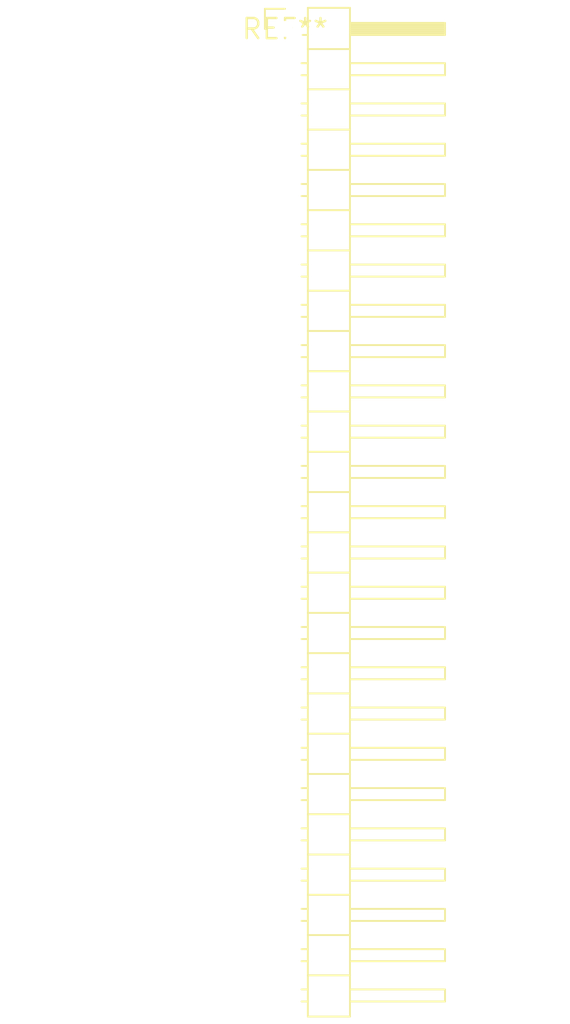
<source format=kicad_pcb>
(kicad_pcb (version 20240108) (generator pcbnew)
  (layers (0 "F.Cu" signal) (31 "B.Cu" signal) (34 "B.Paste" user) (35 "F.Paste" user) (36 "B.SilkS" user "B.Silkscreen") (37 "F.SilkS" user "F.Silkscreen") (38 "B.Mask" user) (39 "F.Mask" user) (44 "Edge.Cuts" user))
  (net 0 "")
  (footprint "PinHeader_1x25_P2.54mm_Horizontal" (layer "F.Cu") (at 0 0)
    (property "Reference" "REF**")
    (property "Value" "PinHeader_1x25_P2.54mm_Horizontal")
    (fp_line (start -1.27 -1.27) (end 0 -1.27) (layer "F.SilkS") (stroke (width 0.12)))
    (fp_line (start -1.27 0) (end -1.27 -1.27) (layer "F.SilkS") (stroke (width 0.12)))
    (fp_line (start 1.042929 2.16) (end 1.44 2.16) (layer "F.SilkS") (stroke (width 0.12)))
    (fp_line (start 1.042929 2.92) (end 1.44 2.92) (layer "F.SilkS") (stroke (width 0.12)))
    (fp_line (start 1.042929 4.7) (end 1.44 4.7) (layer "F.SilkS") (stroke (width 0.12)))
    (fp_line (start 1.042929 5.46) (end 1.44 5.46) (layer "F.SilkS") (stroke (width 0.12)))
    (fp_line (start 1.042929 7.24) (end 1.44 7.24) (layer "F.SilkS") (stroke (width 0.12)))
    (fp_line (start 1.042929 8) (end 1.44 8) (layer "F.SilkS") (stroke (width 0.12)))
    (fp_line (start 1.042929 9.78) (end 1.44 9.78) (layer "F.SilkS") (stroke (width 0.12)))
    (fp_line (start 1.042929 10.54) (end 1.44 10.54) (layer "F.SilkS") (stroke (width 0.12)))
    (fp_line (start 1.042929 12.32) (end 1.44 12.32) (layer "F.SilkS") (stroke (width 0.12)))
    (fp_line (start 1.042929 13.08) (end 1.44 13.08) (layer "F.SilkS") (stroke (width 0.12)))
    (fp_line (start 1.042929 14.86) (end 1.44 14.86) (layer "F.SilkS") (stroke (width 0.12)))
    (fp_line (start 1.042929 15.62) (end 1.44 15.62) (layer "F.SilkS") (stroke (width 0.12)))
    (fp_line (start 1.042929 17.4) (end 1.44 17.4) (layer "F.SilkS") (stroke (width 0.12)))
    (fp_line (start 1.042929 18.16) (end 1.44 18.16) (layer "F.SilkS") (stroke (width 0.12)))
    (fp_line (start 1.042929 19.94) (end 1.44 19.94) (layer "F.SilkS") (stroke (width 0.12)))
    (fp_line (start 1.042929 20.7) (end 1.44 20.7) (layer "F.SilkS") (stroke (width 0.12)))
    (fp_line (start 1.042929 22.48) (end 1.44 22.48) (layer "F.SilkS") (stroke (width 0.12)))
    (fp_line (start 1.042929 23.24) (end 1.44 23.24) (layer "F.SilkS") (stroke (width 0.12)))
    (fp_line (start 1.042929 25.02) (end 1.44 25.02) (layer "F.SilkS") (stroke (width 0.12)))
    (fp_line (start 1.042929 25.78) (end 1.44 25.78) (layer "F.SilkS") (stroke (width 0.12)))
    (fp_line (start 1.042929 27.56) (end 1.44 27.56) (layer "F.SilkS") (stroke (width 0.12)))
    (fp_line (start 1.042929 28.32) (end 1.44 28.32) (layer "F.SilkS") (stroke (width 0.12)))
    (fp_line (start 1.042929 30.1) (end 1.44 30.1) (layer "F.SilkS") (stroke (width 0.12)))
    (fp_line (start 1.042929 30.86) (end 1.44 30.86) (layer "F.SilkS") (stroke (width 0.12)))
    (fp_line (start 1.042929 32.64) (end 1.44 32.64) (layer "F.SilkS") (stroke (width 0.12)))
    (fp_line (start 1.042929 33.4) (end 1.44 33.4) (layer "F.SilkS") (stroke (width 0.12)))
    (fp_line (start 1.042929 35.18) (end 1.44 35.18) (layer "F.SilkS") (stroke (width 0.12)))
    (fp_line (start 1.042929 35.94) (end 1.44 35.94) (layer "F.SilkS") (stroke (width 0.12)))
    (fp_line (start 1.042929 37.72) (end 1.44 37.72) (layer "F.SilkS") (stroke (width 0.12)))
    (fp_line (start 1.042929 38.48) (end 1.44 38.48) (layer "F.SilkS") (stroke (width 0.12)))
    (fp_line (start 1.042929 40.26) (end 1.44 40.26) (layer "F.SilkS") (stroke (width 0.12)))
    (fp_line (start 1.042929 41.02) (end 1.44 41.02) (layer "F.SilkS") (stroke (width 0.12)))
    (fp_line (start 1.042929 42.8) (end 1.44 42.8) (layer "F.SilkS") (stroke (width 0.12)))
    (fp_line (start 1.042929 43.56) (end 1.44 43.56) (layer "F.SilkS") (stroke (width 0.12)))
    (fp_line (start 1.042929 45.34) (end 1.44 45.34) (layer "F.SilkS") (stroke (width 0.12)))
    (fp_line (start 1.042929 46.1) (end 1.44 46.1) (layer "F.SilkS") (stroke (width 0.12)))
    (fp_line (start 1.042929 47.88) (end 1.44 47.88) (layer "F.SilkS") (stroke (width 0.12)))
    (fp_line (start 1.042929 48.64) (end 1.44 48.64) (layer "F.SilkS") (stroke (width 0.12)))
    (fp_line (start 1.042929 50.42) (end 1.44 50.42) (layer "F.SilkS") (stroke (width 0.12)))
    (fp_line (start 1.042929 51.18) (end 1.44 51.18) (layer "F.SilkS") (stroke (width 0.12)))
    (fp_line (start 1.042929 52.96) (end 1.44 52.96) (layer "F.SilkS") (stroke (width 0.12)))
    (fp_line (start 1.042929 53.72) (end 1.44 53.72) (layer "F.SilkS") (stroke (width 0.12)))
    (fp_line (start 1.042929 55.5) (end 1.44 55.5) (layer "F.SilkS") (stroke (width 0.12)))
    (fp_line (start 1.042929 56.26) (end 1.44 56.26) (layer "F.SilkS") (stroke (width 0.12)))
    (fp_line (start 1.042929 58.04) (end 1.44 58.04) (layer "F.SilkS") (stroke (width 0.12)))
    (fp_line (start 1.042929 58.8) (end 1.44 58.8) (layer "F.SilkS") (stroke (width 0.12)))
    (fp_line (start 1.042929 60.58) (end 1.44 60.58) (layer "F.SilkS") (stroke (width 0.12)))
    (fp_line (start 1.042929 61.34) (end 1.44 61.34) (layer "F.SilkS") (stroke (width 0.12)))
    (fp_line (start 1.11 -0.38) (end 1.44 -0.38) (layer "F.SilkS") (stroke (width 0.12)))
    (fp_line (start 1.11 0.38) (end 1.44 0.38) (layer "F.SilkS") (stroke (width 0.12)))
    (fp_line (start 1.44 -1.33) (end 1.44 62.29) (layer "F.SilkS") (stroke (width 0.12)))
    (fp_line (start 1.44 1.27) (end 4.1 1.27) (layer "F.SilkS") (stroke (width 0.12)))
    (fp_line (start 1.44 3.81) (end 4.1 3.81) (layer "F.SilkS") (stroke (width 0.12)))
    (fp_line (start 1.44 6.35) (end 4.1 6.35) (layer "F.SilkS") (stroke (width 0.12)))
    (fp_line (start 1.44 8.89) (end 4.1 8.89) (layer "F.SilkS") (stroke (width 0.12)))
    (fp_line (start 1.44 11.43) (end 4.1 11.43) (layer "F.SilkS") (stroke (width 0.12)))
    (fp_line (start 1.44 13.97) (end 4.1 13.97) (layer "F.SilkS") (stroke (width 0.12)))
    (fp_line (start 1.44 16.51) (end 4.1 16.51) (layer "F.SilkS") (stroke (width 0.12)))
    (fp_line (start 1.44 19.05) (end 4.1 19.05) (layer "F.SilkS") (stroke (width 0.12)))
    (fp_line (start 1.44 21.59) (end 4.1 21.59) (layer "F.SilkS") (stroke (width 0.12)))
    (fp_line (start 1.44 24.13) (end 4.1 24.13) (layer "F.SilkS") (stroke (width 0.12)))
    (fp_line (start 1.44 26.67) (end 4.1 26.67) (layer "F.SilkS") (stroke (width 0.12)))
    (fp_line (start 1.44 29.21) (end 4.1 29.21) (layer "F.SilkS") (stroke (width 0.12)))
    (fp_line (start 1.44 31.75) (end 4.1 31.75) (layer "F.SilkS") (stroke (width 0.12)))
    (fp_line (start 1.44 34.29) (end 4.1 34.29) (layer "F.SilkS") (stroke (width 0.12)))
    (fp_line (start 1.44 36.83) (end 4.1 36.83) (layer "F.SilkS") (stroke (width 0.12)))
    (fp_line (start 1.44 39.37) (end 4.1 39.37) (layer "F.SilkS") (stroke (width 0.12)))
    (fp_line (start 1.44 41.91) (end 4.1 41.91) (layer "F.SilkS") (stroke (width 0.12)))
    (fp_line (start 1.44 44.45) (end 4.1 44.45) (layer "F.SilkS") (stroke (width 0.12)))
    (fp_line (start 1.44 46.99) (end 4.1 46.99) (layer "F.SilkS") (stroke (width 0.12)))
    (fp_line (start 1.44 49.53) (end 4.1 49.53) (layer "F.SilkS") (stroke (width 0.12)))
    (fp_line (start 1.44 52.07) (end 4.1 52.07) (layer "F.SilkS") (stroke (width 0.12)))
    (fp_line (start 1.44 54.61) (end 4.1 54.61) (layer "F.SilkS") (stroke (width 0.12)))
    (fp_line (start 1.44 57.15) (end 4.1 57.15) (layer "F.SilkS") (stroke (width 0.12)))
    (fp_line (start 1.44 59.69) (end 4.1 59.69) (layer "F.SilkS") (stroke (width 0.12)))
    (fp_line (start 1.44 62.29) (end 4.1 62.29) (layer "F.SilkS") (stroke (width 0.12)))
    (fp_line (start 4.1 -1.33) (end 1.44 -1.33) (layer "F.SilkS") (stroke (width 0.12)))
    (fp_line (start 4.1 -0.38) (end 10.1 -0.38) (layer "F.SilkS") (stroke (width 0.12)))
    (fp_line (start 4.1 -0.32) (end 10.1 -0.32) (layer "F.SilkS") (stroke (width 0.12)))
    (fp_line (start 4.1 -0.2) (end 10.1 -0.2) (layer "F.SilkS") (stroke (width 0.12)))
    (fp_line (start 4.1 -0.08) (end 10.1 -0.08) (layer "F.SilkS") (stroke (width 0.12)))
    (fp_line (start 4.1 0.04) (end 10.1 0.04) (layer "F.SilkS") (stroke (width 0.12)))
    (fp_line (start 4.1 0.16) (end 10.1 0.16) (layer "F.SilkS") (stroke (width 0.12)))
    (fp_line (start 4.1 0.28) (end 10.1 0.28) (layer "F.SilkS") (stroke (width 0.12)))
    (fp_line (start 4.1 2.16) (end 10.1 2.16) (layer "F.SilkS") (stroke (width 0.12)))
    (fp_line (start 4.1 4.7) (end 10.1 4.7) (layer "F.SilkS") (stroke (width 0.12)))
    (fp_line (start 4.1 7.24) (end 10.1 7.24) (layer "F.SilkS") (stroke (width 0.12)))
    (fp_line (start 4.1 9.78) (end 10.1 9.78) (layer "F.SilkS") (stroke (width 0.12)))
    (fp_line (start 4.1 12.32) (end 10.1 12.32) (layer "F.SilkS") (stroke (width 0.12)))
    (fp_line (start 4.1 14.86) (end 10.1 14.86) (layer "F.SilkS") (stroke (width 0.12)))
    (fp_line (start 4.1 17.4) (end 10.1 17.4) (layer "F.SilkS") (stroke (width 0.12)))
    (fp_line (start 4.1 19.94) (end 10.1 19.94) (layer "F.SilkS") (stroke (width 0.12)))
    (fp_line (start 4.1 22.48) (end 10.1 22.48) (layer "F.SilkS") (stroke (width 0.12)))
    (fp_line (start 4.1 25.02) (end 10.1 25.02) (layer "F.SilkS") (stroke (width 0.12)))
    (fp_line (start 4.1 27.56) (end 10.1 27.56) (layer "F.SilkS") (stroke (width 0.12)))
    (fp_line (start 4.1 30.1) (end 10.1 30.1) (layer "F.SilkS") (stroke (width 0.12)))
    (fp_line (start 4.1 32.64) (end 10.1 32.64) (layer "F.SilkS") (stroke (width 0.12)))
    (fp_line (start 4.1 35.18) (end 10.1 35.18) (layer "F.SilkS") (stroke (width 0.12)))
    (fp_line (start 4.1 37.72) (end 10.1 37.72) (layer "F.SilkS") (stroke (width 0.12)))
    (fp_line (start 4.1 40.26) (end 10.1 40.26) (layer "F.SilkS") (stroke (width 0.12)))
    (fp_line (start 4.1 42.8) (end 10.1 42.8) (layer "F.SilkS") (stroke (width 0.12)))
    (fp_line (start 4.1 45.34) (end 10.1 45.34) (layer "F.SilkS") (stroke (width 0.12)))
    (fp_line (start 4.1 47.88) (end 10.1 47.88) (layer "F.SilkS") (stroke (width 0.12)))
    (fp_line (start 4.1 50.42) (end 10.1 50.42) (layer "F.SilkS") (stroke (width 0.12)))
    (fp_line (start 4.1 52.96) (end 10.1 52.96) (layer "F.SilkS") (stroke (width 0.12)))
    (fp_line (start 4.1 55.5) (end 10.1 55.5) (layer "F.SilkS") (stroke (width 0.12)))
    (fp_line (start 4.1 58.04) (end 10.1 58.04) (layer "F.SilkS") (stroke (width 0.12)))
    (fp_line (start 4.1 60.58) (end 10.1 60.58) (layer "F.SilkS") (stroke (width 0.12)))
    (fp_line (start 4.1 62.29) (end 4.1 -1.33) (layer "F.SilkS") (stroke (width 0.12)))
    (fp_line (start 10.1 -0.38) (end 10.1 0.38) (layer "F.SilkS") (stroke (width 0.12)))
    (fp_line (start 10.1 0.38) (end 4.1 0.38) (layer "F.SilkS") (stroke (width 0.12)))
    (fp_line (start 10.1 2.16) (end 10.1 2.92) (layer "F.SilkS") (stroke (width 0.12)))
    (fp_line (start 10.1 2.92) (end 4.1 2.92) (layer "F.SilkS") (stroke (width 0.12)))
    (fp_line (start 10.1 4.7) (end 10.1 5.46) (layer "F.SilkS") (stroke (width 0.12)))
    (fp_line (start 10.1 5.46) (end 4.1 5.46) (layer "F.SilkS") (stroke (width 0.12)))
    (fp_line (start 10.1 7.24) (end 10.1 8) (layer "F.SilkS") (stroke (width 0.12)))
    (fp_line (start 10.1 8) (end 4.1 8) (layer "F.SilkS") (stroke (width 0.12)))
    (fp_line (start 10.1 9.78) (end 10.1 10.54) (layer "F.SilkS") (stroke (width 0.12)))
    (fp_line (start 10.1 10.54) (end 4.1 10.54) (layer "F.SilkS") (stroke (width 0.12)))
    (fp_line (start 10.1 12.32) (end 10.1 13.08) (layer "F.SilkS") (stroke (width 0.12)))
    (fp_line (start 10.1 13.08) (end 4.1 13.08) (layer "F.SilkS") (stroke (width 0.12)))
    (fp_line (start 10.1 14.86) (end 10.1 15.62) (layer "F.SilkS") (stroke (width 0.12)))
    (fp_line (start 10.1 15.62) (end 4.1 15.62) (layer "F.SilkS") (stroke (width 0.12)))
    (fp_line (start 10.1 17.4) (end 10.1 18.16) (layer "F.SilkS") (stroke (width 0.12)))
    (fp_line (start 10.1 18.16) (end 4.1 18.16) (layer "F.SilkS") (stroke (width 0.12)))
    (fp_line (start 10.1 19.94) (end 10.1 20.7) (layer "F.SilkS") (stroke (width 0.12)))
    (fp_line (start 10.1 20.7) (end 4.1 20.7) (layer "F.SilkS") (stroke (width 0.12)))
    (fp_line (start 10.1 22.48) (end 10.1 23.24) (layer "F.SilkS") (stroke (width 0.12)))
    (fp_line (start 10.1 23.24) (end 4.1 23.24) (layer "F.SilkS") (stroke (width 0.12)))
    (fp_line (start 10.1 25.02) (end 10.1 25.78) (layer "F.SilkS") (stroke (width 0.12)))
    (fp_line (start 10.1 25.78) (end 4.1 25.78) (layer "F.SilkS") (stroke (width 0.12)))
    (fp_line (start 10.1 27.56) (end 10.1 28.32) (layer "F.SilkS") (stroke (width 0.12)))
    (fp_line (start 10.1 28.32) (end 4.1 28.32) (layer "F.SilkS") (stroke (width 0.12)))
    (fp_line (start 10.1 30.1) (end 10.1 30.86) (layer "F.SilkS") (stroke (width 0.12)))
    (fp_line (start 10.1 30.86) (end 4.1 30.86) (layer "F.SilkS") (stroke (width 0.12)))
    (fp_line (start 10.1 32.64) (end 10.1 33.4) (layer "F.SilkS") (stroke (width 0.12)))
    (fp_line (start 10.1 33.4) (end 4.1 33.4) (layer "F.SilkS") (stroke (width 0.12)))
    (fp_line (start 10.1 35.18) (end 10.1 35.94) (layer "F.SilkS") (stroke (width 0.12)))
    (fp_line (start 10.1 35.94) (end 4.1 35.94) (layer "F.SilkS") (stroke (width 0.12)))
    (fp_line (start 10.1 37.72) (end 10.1 38.48) (layer "F.SilkS") (stroke (width 0.12)))
    (fp_line (start 10.1 38.48) (end 4.1 38.48) (layer "F.SilkS") (stroke (width 0.12)))
    (fp_line (start 10.1 40.26) (end 10.1 41.02) (layer "F.SilkS") (stroke (width 0.12)))
    (fp_line (start 10.1 41.02) (end 4.1 41.02) (layer "F.SilkS") (stroke (width 0.12)))
    (fp_line (start 10.1 42.8) (end 10.1 43.56) (layer "F.SilkS") (stroke (width 0.12)))
    (fp_line (start 10.1 43.56) (end 4.1 43.56) (layer "F.SilkS") (stroke (width 0.12)))
    (fp_line (start 10.1 45.34) (end 10.1 46.1) (layer "F.SilkS") (stroke (width 0.12)))
    (fp_line (start 10.1 46.1) (end 4.1 46.1) (layer "F.SilkS") (stroke (width 0.12)))
    (fp_line (start 10.1 47.88) (end 10.1 48.64) (layer "F.SilkS") (stroke (width 0.12)))
    (fp_line (start 10.1 48.64) (end 4.1 48.64) (layer "F.SilkS") (stroke (width 0.12)))
    (fp_line (start 10.1 50.42) (end 10.1 51.18) (layer "F.SilkS") (stroke (width 0.12)))
    (fp_line (start 10.1 51.18) (end 4.1 51.18) (layer "F.SilkS") (stroke (width 0.12)))
    (fp_line (start 10.1 52.96) (end 10.1 53.72) (layer "F.SilkS") (stroke (width 0.12)))
    (fp_line (start 10.1 53.72) (end 4.1 53.72) (layer "F.SilkS") (stroke (width 0.12)))
    (fp_line (start 10.1 55.5) (end 10.1 56.26) (layer "F.SilkS") (stroke (width 0.12)))
    (fp_line (start 10.1 56.26) (end 4.1 56.26) (layer "F.SilkS") (stroke (width 0.12)))
    (fp_line (start 10.1 58.04) (end 10.1 58.8) (layer "F.SilkS") (stroke (width 0.12)))
    (fp_line (start 10.1 58.8) (end 4.1 58.8) (layer "F.SilkS") (stroke (width 0.12)))
    (fp_line (start 10.1 60.58) (end 10.1 61.34) (layer "F.SilkS") (stroke (width 0.12)))
    (fp_line (start 10.1 61.34) (end 4.1 61.34) (layer "F.SilkS") (stroke (width 0.12)))
    (pad "1" thru_hole rect (at 0 0) (size 1.7 1.7) (drill 1) (layers *.Cu *.Mask) (remove_unused_layers))
    (pad "2" thru_hole oval (at 0 2.54) (size 1.7 1.7) (drill 1) (layers *.Cu *.Mask) (remove_unused_layers))
    (pad "3" thru_hole oval (at 0 5.08) (size 1.7 1.7) (drill 1) (layers *.Cu *.Mask) (remove_unused_layers))
    (pad "4" thru_hole oval (at 0 7.62) (size 1.7 1.7) (drill 1) (layers *.Cu *.Mask) (remove_unused_layers))
    (pad "5" thru_hole oval (at 0 10.16) (size 1.7 1.7) (drill 1) (layers *.Cu *.Mask) (remove_unused_layers))
    (pad "6" thru_hole oval (at 0 12.7) (size 1.7 1.7) (drill 1) (layers *.Cu *.Mask) (remove_unused_layers))
    (pad "7" thru_hole oval (at 0 15.24) (size 1.7 1.7) (drill 1) (layers *.Cu *.Mask) (remove_unused_layers))
    (pad "8" thru_hole oval (at 0 17.78) (size 1.7 1.7) (drill 1) (layers *.Cu *.Mask) (remove_unused_layers))
    (pad "9" thru_hole oval (at 0 20.32) (size 1.7 1.7) (drill 1) (layers *.Cu *.Mask) (remove_unused_layers))
    (pad "10" thru_hole oval (at 0 22.86) (size 1.7 1.7) (drill 1) (layers *.Cu *.Mask) (remove_unused_layers))
    (pad "11" thru_hole oval (at 0 25.4) (size 1.7 1.7) (drill 1) (layers *.Cu *.Mask) (remove_unused_layers))
    (pad "12" thru_hole oval (at 0 27.94) (size 1.7 1.7) (drill 1) (layers *.Cu *.Mask) (remove_unused_layers))
    (pad "13" thru_hole oval (at 0 30.48) (size 1.7 1.7) (drill 1) (layers *.Cu *.Mask) (remove_unused_layers))
    (pad "14" thru_hole oval (at 0 33.02) (size 1.7 1.7) (drill 1) (layers *.Cu *.Mask) (remove_unused_layers))
    (pad "15" thru_hole oval (at 0 35.56) (size 1.7 1.7) (drill 1) (layers *.Cu *.Mask) (remove_unused_layers))
    (pad "16" thru_hole oval (at 0 38.1) (size 1.7 1.7) (drill 1) (layers *.Cu *.Mask) (remove_unused_layers))
    (pad "17" thru_hole oval (at 0 40.64) (size 1.7 1.7) (drill 1) (layers *.Cu *.Mask) (remove_unused_layers))
    (pad "18" thru_hole oval (at 0 43.18) (size 1.7 1.7) (drill 1) (layers *.Cu *.Mask) (remove_unused_layers))
    (pad "19" thru_hole oval (at 0 45.72) (size 1.7 1.7) (drill 1) (layers *.Cu *.Mask) (remove_unused_layers))
    (pad "20" thru_hole oval (at 0 48.26) (size 1.7 1.7) (drill 1) (layers *.Cu *.Mask) (remove_unused_layers))
    (pad "21" thru_hole oval (at 0 50.8) (size 1.7 1.7) (drill 1) (layers *.Cu *.Mask) (remove_unused_layers))
    (pad "22" thru_hole oval (at 0 53.34) (size 1.7 1.7) (drill 1) (layers *.Cu *.Mask) (remove_unused_layers))
    (pad "23" thru_hole oval (at 0 55.88) (size 1.7 1.7) (drill 1) (layers *.Cu *.Mask) (remove_unused_layers))
    (pad "24" thru_hole oval (at 0 58.42) (size 1.7 1.7) (drill 1) (layers *.Cu *.Mask) (remove_unused_layers))
    (pad "25" thru_hole oval (at 0 60.96) (size 1.7 1.7) (drill 1) (layers *.Cu *.Mask) (remove_unused_layers))
  )
)
</source>
